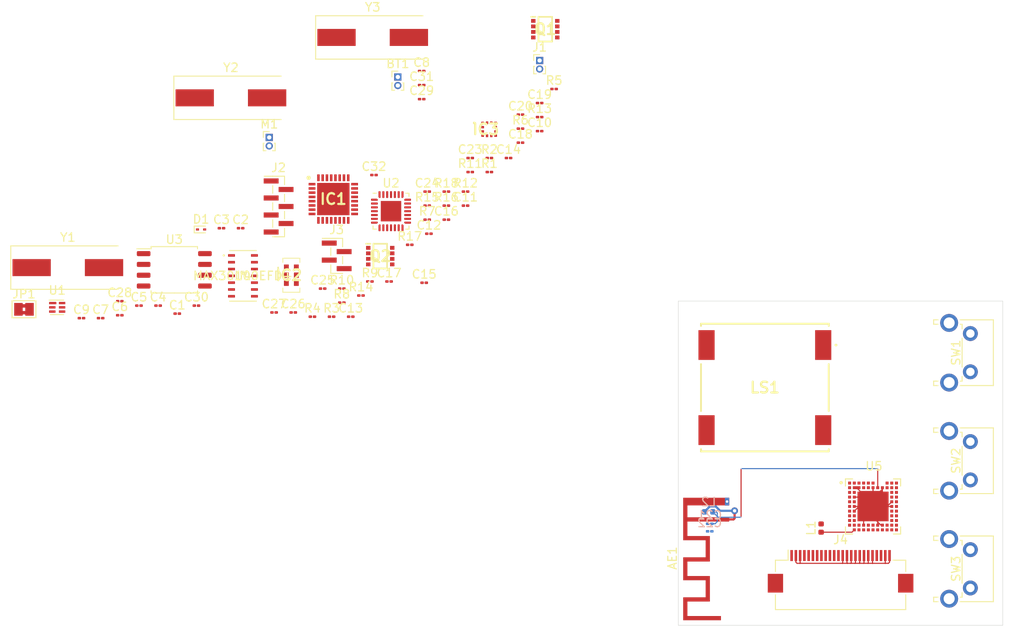
<source format=kicad_pcb>
(kicad_pcb (version 20171130) (host pcbnew "(5.1.10)-1")
  (layers (0 F.Cu signal) (1 In1.Cu signal) (2 In2.Cu signal) (3 In3.Cu signal) (4 In4.Cu signal) (31 B.Cu signal) (34 B.Paste user) (35 F.Paste user) (36 B.SilkS user) (37 F.SilkS user) (38 B.Mask user) (39 F.Mask user) (44 Edge.Cuts user))
  (net 0 "")
  (net 1 "Net-(AE1-Pad1)")
  (net 2 GND)
  (net 3 +BATT)
  (net 4 "Net-(C1-Pad1)")
  (net 5 VBUS)
  (net 6 +3V3)
  (net 7 "Net-(C4-Pad2)")
  (net 8 "Net-(C5-Pad2)")
  (net 9 +1V8)
  (net 10 +1V35)
  (net 11 +1V2)
  (net 12 /SPEAKER)
  (net 13 "Net-(C18-Pad1)")
  (net 14 "Net-(C19-Pad1)")
  (net 15 "Net-(C20-Pad1)")
  (net 16 /RFIOP)
  (net 17 "Net-(D1-Pad1)")
  (net 18 "Net-(IC1-Pad33)")
  (net 19 "Net-(IC1-Pad31)")
  (net 20 "Net-(IC1-Pad28)")
  (net 21 "Net-(IC1-Pad27)")
  (net 22 "Net-(IC1-Pad23)")
  (net 23 "Net-(IC1-Pad22)")
  (net 24 "Net-(IC1-Pad20)")
  (net 25 "Net-(IC1-Pad19)")
  (net 26 "Net-(IC1-Pad16)")
  (net 27 "Net-(IC1-Pad15)")
  (net 28 "Net-(IC1-Pad14)")
  (net 29 "Net-(IC1-Pad13)")
  (net 30 "Net-(IC1-Pad12)")
  (net 31 "Net-(IC1-Pad11)")
  (net 32 "Net-(IC1-Pad10)")
  (net 33 /P3_5)
  (net 34 /P3_7)
  (net 35 "Net-(IC1-Pad5)")
  (net 36 "Net-(IC1-Pad4)")
  (net 37 "Net-(IC1-Pad3)")
  (net 38 "Net-(IC1-Pad2)")
  (net 39 "Net-(IC1-Pad1)")
  (net 40 /P4_0)
  (net 41 /P4_1)
  (net 42 /P4_2)
  (net 43 "Net-(IC3-Pad11)")
  (net 44 "Net-(IC3-Pad8)")
  (net 45 "Net-(IC3-Pad6)")
  (net 46 "Net-(IC3-Pad5)")
  (net 47 "Net-(IC3-Pad4)")
  (net 48 "Net-(IC3-Pad3)")
  (net 49 /SWCLK)
  (net 50 /P1_3)
  (net 51 /SWDIO)
  (net 52 /P2_3)
  (net 53 /RST)
  (net 54 /ARD_RX)
  (net 55 /ARD_RST)
  (net 56 /ARD_TX)
  (net 57 /NC)
  (net 58 /P4_4)
  (net 59 /P4_6)
  (net 60 /RD)
  (net 61 /WR)
  (net 62 /DC)
  (net 63 /CS)
  (net 64 /P4_7)
  (net 65 /LX)
  (net 66 "Net-(LS1-Pad4)")
  (net 67 "Net-(LS1-Pad3)")
  (net 68 "Net-(M1-Pad2)")
  (net 69 "Net-(Q1-Pad5)")
  (net 70 "Net-(Q1-Pad4)")
  (net 71 "Net-(Q1-Pad3)")
  (net 72 "Net-(Q1-Pad2)")
  (net 73 /SOCP)
  (net 74 "Net-(Q2-Pad5)")
  (net 75 /P1_0)
  (net 76 "Net-(R5-Pad1)")
  (net 77 "Net-(R8-Pad1)")
  (net 78 /P1_4)
  (net 79 /P1_5)
  (net 80 /P1_6)
  (net 81 "Net-(SW1-Pad2)")
  (net 82 "Net-(SW2-Pad2)")
  (net 83 "Net-(SW3-Pad2)")
  (net 84 "Net-(U1-Pad1)")
  (net 85 "Net-(U2-Pad28)")
  (net 86 "Net-(U2-Pad22)")
  (net 87 "Net-(U2-Pad21)")
  (net 88 "Net-(U2-Pad20)")
  (net 89 "Net-(U2-Pad19)")
  (net 90 "Net-(U2-Pad15)")
  (net 91 "Net-(U2-Pad14)")
  (net 92 "Net-(U2-Pad13)")
  (net 93 "Net-(U2-Pad12)")
  (net 94 "Net-(U2-Pad11)")
  (net 95 "Net-(U2-Pad10)")
  (net 96 "Net-(U2-Pad9)")
  (net 97 "Net-(U2-Pad8)")
  (net 98 "Net-(U2-Pad7)")
  (net 99 "Net-(U2-Pad2)")
  (net 100 /P0_4)
  (net 101 /P0_0)
  (net 102 /P0_1)
  (net 103 /P0_3)
  (net 104 /P0_2)
  (net 105 "Net-(U4-Pad14)")
  (net 106 /P4_3)
  (net 107 "Net-(U4-Pad8)")
  (net 108 "Net-(U4-Pad7)")
  (net 109 "Net-(U4-Pad6)")
  (net 110 "Net-(U4-Pad5)")
  (net 111 "Net-(U4-Pad1)")
  (net 112 /P2_1)
  (net 113 /LED3)
  (net 114 /LED1)
  (net 115 /P0_6)
  (net 116 /LY)
  (net 117 /P3_0)
  (net 118 /P0_7)
  (net 119 /XTAL16MM)
  (net 120 /XTAL16MP)
  (net 121 /P1_2)
  (net 122 /P1_7)
  (net 123 /P2_0)
  (net 124 /P3_6)
  (net 125 /LED2)
  (net 126 /P1_1)
  (net 127 /P2_2)
  (net 128 /P2_4)
  (net 129 /P3_1)
  (net 130 /P3_2)
  (net 131 /P3_4)
  (net 132 /P3_3)
  (net 133 /P0_5)
  (module Crystal:Crystal_SMD_HC49-SD (layer F.Cu) (at 65.71 19.81)
    (fp_text reference Y3 (at 0 -3.55) (layer F.SilkS))
    (fp_text value 32.768Mhz)
    (pad 2 smd rect (at 4.25 0) (size 4.5 2) (layers F.Cu F.Paste F.Mask) (net 128 /P2_4))
    (pad 1 smd rect (at -4.25 0) (size 4.5 2) (layers F.Cu F.Paste F.Mask) (net 123 /P2_0))
  )
  (module Crystal:Crystal_SMD_HC49-SD (layer F.Cu) (at 49.06 26.91)
    (fp_text reference Y2 (at 0 -3.55) (layer F.SilkS))
    (fp_text value 16Mhz)
    (pad 2 smd rect (at 4.25 0) (size 4.5 2) (layers F.Cu F.Paste F.Mask) (net 2 GND))
    (pad 1 smd rect (at -4.25 0) (size 4.5 2) (layers F.Cu F.Paste F.Mask) (net 120 /XTAL16MP))
  )
  (module Crystal:Crystal_SMD_HC49-SD (layer F.Cu) (at 29.91 46.86)
    (fp_text reference Y1 (at 0 -3.55) (layer F.SilkS))
    (fp_text value 16Mhz)
    (pad 2 smd rect (at 4.25 0) (size 4.5 2) (layers F.Cu F.Paste F.Mask) (net 8 "Net-(C5-Pad2)"))
    (pad 1 smd rect (at -4.25 0) (size 4.5 2) (layers F.Cu F.Paste F.Mask) (net 7 "Net-(C4-Pad2)"))
  )
  (module DA14683-00000A92:XCVR_DA14680-01F08A92 (layer F.Cu) (at 124.46 74.93)
    (fp_text reference U5 (at 0.105 -4.732) (layer F.SilkS))
    (fp_text value DA14683-00000A92)
    (pad G10 smd rect (at 0 0) (size 3.65 3.485) (layers F.Cu F.Mask) (net 2 GND))
    (pad G8 smd roundrect (at -1.925 -2.2) (size 0.9 0.35) (layers F.Cu F.Paste F.Mask) (roundrect_rratio 0.04) (net 2 GND))
    (pad B23 smd roundrect (at -1.1 -2.2) (size 0.35 0.35) (layers F.Cu F.Paste F.Mask) (roundrect_rratio 0.04) (net 50 /P1_3))
    (pad B22 smd roundrect (at -0.55 -2.2) (size 0.35 0.35) (layers F.Cu F.Paste F.Mask) (roundrect_rratio 0.04) (net 59 /P4_6))
    (pad B21 smd roundrect (at 0 -2.2) (size 0.35 0.35) (layers F.Cu F.Paste F.Mask) (roundrect_rratio 0.04) (net 2 GND))
    (pad B20 smd roundrect (at 0.55 -2.2) (size 0.35 0.35) (layers F.Cu F.Paste F.Mask) (roundrect_rratio 0.04) (net 16 /RFIOP))
    (pad B19 smd roundrect (at 1.1 -2.2) (size 0.35 0.35) (layers F.Cu F.Paste F.Mask) (roundrect_rratio 0.04) (net 2 GND))
    (pad B18 smd roundrect (at 1.65 -2.2) (size 0.35 0.35) (layers F.Cu F.Paste F.Mask) (roundrect_rratio 0.04) (net 10 +1V35))
    (pad B17 smd roundrect (at 2.2 -2.2) (size 0.35 0.35) (layers F.Cu F.Paste F.Mask) (roundrect_rratio 0.04) (net 42 /P4_2))
    (pad B16 smd roundrect (at 2.2 -1.65) (size 0.35 0.35) (layers F.Cu F.Paste F.Mask) (roundrect_rratio 0.04) (net 41 /P4_1))
    (pad B15 smd roundrect (at 2.2 -1.1) (size 0.35 0.35) (layers F.Cu F.Paste F.Mask) (roundrect_rratio 0.04) (net 75 /P1_0))
    (pad G7 smd roundrect (at 2.2 -0.55) (size 0.35 0.35) (layers F.Cu F.Paste F.Mask) (roundrect_rratio 0.04) (net 2 GND))
    (pad G6 smd roundrect (at 2.2 0) (size 0.35 0.35) (layers F.Cu F.Paste F.Mask) (roundrect_rratio 0.04) (net 2 GND))
    (pad B14 smd roundrect (at 2.2 0.55) (size 0.35 0.35) (layers F.Cu F.Paste F.Mask) (roundrect_rratio 0.04) (net 34 /P3_7))
    (pad B13 smd roundrect (at 2.2 1.1) (size 0.35 0.35) (layers F.Cu F.Paste F.Mask) (roundrect_rratio 0.04) (net 112 /P2_1))
    (pad B12 smd roundrect (at 2.2 1.65) (size 0.35 0.35) (layers F.Cu F.Paste F.Mask) (roundrect_rratio 0.04) (net 80 /P1_6))
    (pad B11 smd roundrect (at 2.2 2.2) (size 0.35 0.35) (layers F.Cu F.Paste F.Mask) (roundrect_rratio 0.04) (net 113 /LED3))
    (pad B10 smd roundrect (at 1.65 2.2) (size 0.35 0.35) (layers F.Cu F.Paste F.Mask) (roundrect_rratio 0.04) (net 114 /LED1))
    (pad B9 smd roundrect (at 1.1 2.2) (size 0.35 0.35) (layers F.Cu F.Paste F.Mask) (roundrect_rratio 0.04) (net 2 GND))
    (pad G5 smd roundrect (at 0.55 2.2) (size 0.35 0.35) (layers F.Cu F.Paste F.Mask) (roundrect_rratio 0.04) (net 2 GND))
    (pad B8 smd roundrect (at 0 2.2) (size 0.35 0.35) (layers F.Cu F.Paste F.Mask) (roundrect_rratio 0.04) (net 115 /P0_6))
    (pad B7 smd roundrect (at -0.55 2.2) (size 0.35 0.35) (layers F.Cu F.Paste F.Mask) (roundrect_rratio 0.04) (net 5 VBUS))
    (pad G4 smd roundrect (at -1.1 2.2) (size 0.35 0.35) (layers F.Cu F.Paste F.Mask) (roundrect_rratio 0.04) (net 2 GND))
    (pad B6 smd roundrect (at -1.65 2.2) (size 0.35 0.35) (layers F.Cu F.Paste F.Mask) (roundrect_rratio 0.04) (net 3 +BATT))
    (pad B5 smd roundrect (at -2.2 2.2) (size 0.35 0.35) (layers F.Cu F.Paste F.Mask) (roundrect_rratio 0.04) (net 116 /LY))
    (pad B4 smd roundrect (at -2.2 1.65) (size 0.35 0.35) (layers F.Cu F.Paste F.Mask) (roundrect_rratio 0.04) (net 9 +1V8))
    (pad B3 smd roundrect (at -2.2 1.1) (size 0.35 0.35) (layers F.Cu F.Paste F.Mask) (roundrect_rratio 0.04) (net 11 +1V2))
    (pad G3 smd roundrect (at -2.2 0.55) (size 0.35 0.35) (layers F.Cu F.Paste F.Mask) (roundrect_rratio 0.04) (net 2 GND))
    (pad G2 smd roundrect (at -2.2 0) (size 0.35 0.35) (layers F.Cu F.Paste F.Mask) (roundrect_rratio 0.04) (net 2 GND))
    (pad B2 smd roundrect (at -2.2 -0.55) (size 0.35 0.35) (layers F.Cu F.Paste F.Mask) (roundrect_rratio 0.04) (net 6 +3V3))
    (pad G1 smd roundrect (at -2.2 -1.1) (size 0.35 0.35) (layers F.Cu F.Paste F.Mask) (roundrect_rratio 0.04) (net 2 GND))
    (pad B1 smd roundrect (at -2.2 -1.65) (size 0.35 0.35) (layers F.Cu F.Paste F.Mask) (roundrect_rratio 0.04) (net 101 /P0_0))
    (pad A37 smd roundrect (at -2.2 -2.75) (size 0.35 0.35) (layers F.Cu F.Paste F.Mask) (roundrect_rratio 0.04) (net 117 /P3_0))
    (pad A36 smd roundrect (at -1.65 -2.75) (size 0.35 0.35) (layers F.Cu F.Paste F.Mask) (roundrect_rratio 0.04) (net 64 /P4_7))
    (pad A35 smd roundrect (at -1.1 -2.75) (size 0.35 0.35) (layers F.Cu F.Paste F.Mask) (roundrect_rratio 0.04) (net 52 /P2_3))
    (pad A34 smd roundrect (at -0.55 -2.75) (size 0.35 0.35) (layers F.Cu F.Paste F.Mask) (roundrect_rratio 0.04) (net 118 /P0_7))
    (pad A33 smd roundrect (at 0 -2.75) (size 0.35 0.35) (layers F.Cu F.Paste F.Mask) (roundrect_rratio 0.04) (net 63 /CS))
    (pad A32 smd roundrect (at 1.65 -2.75) (size 0.35 0.35) (layers F.Cu F.Paste F.Mask) (roundrect_rratio 0.04) (net 58 /P4_4))
    (pad A31 smd roundrect (at 2.2 -2.75) (size 0.35 0.35) (layers F.Cu F.Paste F.Mask) (roundrect_rratio 0.04) (net 106 /P4_3))
    (pad A30 smd roundrect (at 2.75 -2.75) (size 0.35 0.35) (layers F.Cu F.Paste F.Mask) (roundrect_rratio 0.04) (net 119 /XTAL16MM))
    (pad A29 smd roundrect (at 2.75 -2.2) (size 0.35 0.35) (layers F.Cu F.Paste F.Mask) (roundrect_rratio 0.04) (net 120 /XTAL16MP))
    (pad A28 smd roundrect (at 2.75 -1.65) (size 0.35 0.35) (layers F.Cu F.Paste F.Mask) (roundrect_rratio 0.04) (net 79 /P1_5))
    (pad A27 smd roundrect (at 2.75 -1.1) (size 0.35 0.35) (layers F.Cu F.Paste F.Mask) (roundrect_rratio 0.04) (net 121 /P1_2))
    (pad A26 smd roundrect (at 2.75 -0.55) (size 0.35 0.35) (layers F.Cu F.Paste F.Mask) (roundrect_rratio 0.04) (net 78 /P1_4))
    (pad A25 smd roundrect (at 2.75 0) (size 0.35 0.35) (layers F.Cu F.Paste F.Mask) (roundrect_rratio 0.04) (net 122 /P1_7))
    (pad A24 smd roundrect (at 2.75 0.55) (size 0.35 0.35) (layers F.Cu F.Paste F.Mask) (roundrect_rratio 0.04) (net 40 /P4_0))
    (pad A23 smd roundrect (at 2.75 1.1) (size 0.35 0.35) (layers F.Cu F.Paste F.Mask) (roundrect_rratio 0.04) (net 123 /P2_0))
    (pad A22 smd roundrect (at 2.75 1.65) (size 0.35 0.35) (layers F.Cu F.Paste F.Mask) (roundrect_rratio 0.04) (net 124 /P3_6))
    (pad A21 smd roundrect (at 2.75 2.2) (size 0.35 0.35) (layers F.Cu F.Paste F.Mask) (roundrect_rratio 0.04) (net 53 /RST))
    (pad A20 smd roundrect (at 2.75 2.75) (size 0.35 0.35) (layers F.Cu F.Paste F.Mask) (roundrect_rratio 0.04) (net 33 /P3_5))
    (pad A19 smd roundrect (at 2.2 2.75) (size 0.35 0.35) (layers F.Cu F.Paste F.Mask) (roundrect_rratio 0.04) (net 125 /LED2))
    (pad A18 smd roundrect (at 1.65 2.75) (size 0.35 0.35) (layers F.Cu F.Paste F.Mask) (roundrect_rratio 0.04) (net 73 /SOCP))
    (pad A17 smd roundrect (at 1.1 2.75) (size 0.35 0.35) (layers F.Cu F.Paste F.Mask) (roundrect_rratio 0.04) (net 126 /P1_1))
    (pad A16 smd roundrect (at 0.55 2.75) (size 0.35 0.35) (layers F.Cu F.Paste F.Mask) (roundrect_rratio 0.04) (net 127 /P2_2))
    (pad A15 smd roundrect (at 0 2.75) (size 0.35 0.35) (layers F.Cu F.Paste F.Mask) (roundrect_rratio 0.04) (net 6 +3V3))
    (pad A14 smd roundrect (at -0.55 2.75) (size 0.35 0.35) (layers F.Cu F.Paste F.Mask) (roundrect_rratio 0.04) (net 128 /P2_4))
    (pad A13 smd roundrect (at -1.1 2.75) (size 0.35 0.35) (layers F.Cu F.Paste F.Mask) (roundrect_rratio 0.04) (net 3 +BATT))
    (pad A12 smd roundrect (at -1.65 2.75) (size 0.35 0.35) (layers F.Cu F.Paste F.Mask) (roundrect_rratio 0.04) (net 129 /P3_1))
    (pad A11 smd roundrect (at -2.2 2.75) (size 0.35 0.35) (layers F.Cu F.Paste F.Mask) (roundrect_rratio 0.04) (net 65 /LX))
    (pad A10 smd roundrect (at -2.75 2.2) (size 0.35 0.35) (layers F.Cu F.Paste F.Mask) (roundrect_rratio 0.04) (net 130 /P3_2))
    (pad A9 smd roundrect (at -2.75 1.65) (size 0.35 0.35) (layers F.Cu F.Paste F.Mask) (roundrect_rratio 0.04) (net 131 /P3_4))
    (pad A8 smd roundrect (at -2.75 1.1) (size 0.35 0.35) (layers F.Cu F.Paste F.Mask) (roundrect_rratio 0.04) (net 9 +1V8))
    (pad A7 smd roundrect (at -2.75 0.55) (size 0.35 0.35) (layers F.Cu F.Paste F.Mask) (roundrect_rratio 0.04) (net 132 /P3_3))
    (pad A6 smd roundrect (at -2.75 0) (size 0.35 0.35) (layers F.Cu F.Paste F.Mask) (roundrect_rratio 0.04) (net 10 +1V35))
    (pad A5 smd roundrect (at -2.75 -0.55) (size 0.35 0.35) (layers F.Cu F.Paste F.Mask) (roundrect_rratio 0.04) (net 133 /P0_5))
    (pad A4 smd roundrect (at -2.75 -1.1) (size 0.35 0.35) (layers F.Cu F.Paste F.Mask) (roundrect_rratio 0.04) (net 100 /P0_4))
    (pad A3 smd roundrect (at -2.75 -1.65) (size 0.35 0.35) (layers F.Cu F.Paste F.Mask) (roundrect_rratio 0.04) (net 104 /P0_2))
    (pad A2 smd roundrect (at -2.75 -2.2) (size 0.35 0.35) (layers F.Cu F.Paste F.Mask) (roundrect_rratio 0.04) (net 102 /P0_1))
    (pad A1 smd roundrect (at -2.75 -2.75) (size 0.35 0.35) (layers F.Cu F.Paste F.Mask) (roundrect_rratio 0.04) (net 103 /P0_3))
  )
  (module MAX30100:MAX30100EFD&plus_ (layer F.Cu) (at 50.4754 47.8288)
    (fp_text reference U4 (at 0 0) (layer F.SilkS))
    (fp_text value MAX30100EFD+ (at 0 0) (layer F.SilkS))
    (fp_text user * (at 0 0) (layer F.SilkS))
    (pad 14 smd rect (at 1.3462 -2.4) (size 0.8128 0.3048) (layers F.Cu F.Paste F.Mask) (net 105 "Net-(U4-Pad14)"))
    (pad 13 smd rect (at 1.3462 -1.599999) (size 0.8128 0.3048) (layers F.Cu F.Paste F.Mask) (net 106 /P4_3))
    (pad 12 smd rect (at 1.3462 -0.799998) (size 0.8128 0.3048) (layers F.Cu F.Paste F.Mask) (net 2 GND))
    (pad 11 smd rect (at 1.3462 0) (size 0.8128 0.3048) (layers F.Cu F.Paste F.Mask) (net 9 +1V8))
    (pad 10 smd rect (at 1.3462 0.800001) (size 0.8128 0.3048) (layers F.Cu F.Paste F.Mask) (net 6 +3V3))
    (pad 9 smd rect (at 1.3462 1.599999) (size 0.8128 0.3048) (layers F.Cu F.Paste F.Mask) (net 6 +3V3))
    (pad 8 smd rect (at 1.3462 2.4) (size 0.8128 0.3048) (layers F.Cu F.Paste F.Mask) (net 107 "Net-(U4-Pad8)"))
    (pad 7 smd rect (at -1.3462 2.4) (size 0.8128 0.3048) (layers F.Cu F.Paste F.Mask) (net 108 "Net-(U4-Pad7)"))
    (pad 6 smd rect (at -1.3462 1.599999) (size 0.8128 0.3048) (layers F.Cu F.Paste F.Mask) (net 109 "Net-(U4-Pad6)"))
    (pad 5 smd rect (at -1.3462 0.799998) (size 0.8128 0.3048) (layers F.Cu F.Paste F.Mask) (net 110 "Net-(U4-Pad5)"))
    (pad 4 smd rect (at -1.3462 0) (size 0.8128 0.3048) (layers F.Cu F.Paste F.Mask) (net 2 GND))
    (pad 3 smd rect (at -1.3462 -0.800001) (size 0.8128 0.3048) (layers F.Cu F.Paste F.Mask) (net 33 /P3_5))
    (pad 2 smd rect (at -1.3462 -1.599999) (size 0.8128 0.3048) (layers F.Cu F.Paste F.Mask) (net 34 /P3_7))
    (pad 1 smd rect (at -1.3462 -2.4) (size 0.8128 0.3048) (layers F.Cu F.Paste F.Mask) (net 111 "Net-(U4-Pad1)"))
  )
  (module Package_SO:SOIC-8_5.23x5.23mm_P1.27mm (layer F.Cu) (at 42.41 47.12)
    (fp_text reference U3 (at 0 -3.56) (layer F.SilkS))
    (fp_text value W25Q128JVS)
    (pad 8 smd roundrect (at 3.6 -1.905) (size 1.6 0.6) (layers F.Cu F.Paste F.Mask) (net 6 +3V3))
    (pad 7 smd roundrect (at 3.6 -0.635) (size 1.6 0.6) (layers F.Cu F.Paste F.Mask) (net 100 /P0_4))
    (pad 6 smd roundrect (at 3.6 0.635) (size 1.6 0.6) (layers F.Cu F.Paste F.Mask) (net 101 /P0_0))
    (pad 5 smd roundrect (at 3.6 1.905) (size 1.6 0.6) (layers F.Cu F.Paste F.Mask) (net 102 /P0_1))
    (pad 4 smd roundrect (at -3.6 1.905) (size 1.6 0.6) (layers F.Cu F.Paste F.Mask) (net 2 GND))
    (pad 3 smd roundrect (at -3.6 0.635) (size 1.6 0.6) (layers F.Cu F.Paste F.Mask) (net 103 /P0_3))
    (pad 2 smd roundrect (at -3.6 -0.635) (size 1.6 0.6) (layers F.Cu F.Paste F.Mask) (net 104 /P0_2))
    (pad 1 smd roundrect (at -3.6 -1.905) (size 1.6 0.6) (layers F.Cu F.Paste F.Mask) (net 77 "Net-(R8-Pad1)"))
  )
  (module Package_DFN_QFN:QFN-28-1EP_4x4mm_P0.45mm_EP2.4x2.4mm (layer F.Cu) (at 67.86 40.23)
    (fp_text reference U2 (at 0 -3.3) (layer F.SilkS))
    (fp_text value ATmega328P-MMH)
    (pad 29 smd rect (at 0 0) (size 2.4 2.4) (layers F.Cu F.Mask) (net 2 GND))
    (pad 28 smd custom (at -1.35 -1.95) (size 0.179289 0.179289) (layers F.Cu F.Paste F.Mask) (net 85 "Net-(U2-Pad28)") (options (clearance outline) (anchor circle)) (primitives (gr_poly (pts (xy -0.0625 -0.3375) (xy 0.0625 -0.3375) (xy 0.0625 0.3375) (xy 0.000888 0.3375) (xy -0.0625 0.274112)) (width 0.125))))
    (pad 27 smd roundrect (at -0.9 -1.95) (size 0.25 0.8) (layers F.Cu F.Paste F.Mask) (net 56 /ARD_TX))
    (pad 26 smd roundrect (at -0.45 -1.95) (size 0.25 0.8) (layers F.Cu F.Paste F.Mask) (net 54 /ARD_RX))
    (pad 25 smd roundrect (at 0 -1.95) (size 0.25 0.8) (layers F.Cu F.Paste F.Mask) (net 55 /ARD_RST))
    (pad 24 smd roundrect (at 0.45 -1.95) (size 0.25 0.8) (layers F.Cu F.Paste F.Mask) (net 34 /P3_7))
    (pad 23 smd roundrect (at 0.9 -1.95) (size 0.25 0.8) (layers F.Cu F.Paste F.Mask) (net 33 /P3_5))
    (pad 22 smd custom (at 1.35 -1.95) (size 0.179289 0.179289) (layers F.Cu F.Paste F.Mask) (net 86 "Net-(U2-Pad22)") (options (clearance outline) (anchor circle)) (primitives (gr_poly (pts (xy -0.0625 -0.3375) (xy 0.0625 -0.3375) (xy 0.0625 0.274112) (xy -0.000888 0.3375) (xy -0.0625 0.3375)) (width 0.125))))
    (pad 21 smd custom (at 1.95 -1.35) (size 0.179289 0.179289) (layers F.Cu F.Paste F.Mask) (net 87 "Net-(U2-Pad21)") (options (clearance outline) (anchor circle)) (primitives (gr_poly (pts (xy -0.3375 0.000888) (xy -0.274112 -0.0625) (xy 0.3375 -0.0625) (xy 0.3375 0.0625) (xy -0.3375 0.0625)) (width 0.125))))
    (pad 20 smd roundrect (at 1.95 -0.9) (size 0.8 0.25) (layers F.Cu F.Paste F.Mask) (net 88 "Net-(U2-Pad20)"))
    (pad 19 smd roundrect (at 1.95 -0.45) (size 0.8 0.25) (layers F.Cu F.Paste F.Mask) (net 89 "Net-(U2-Pad19)"))
    (pad 18 smd roundrect (at 1.95 0) (size 0.8 0.25) (layers F.Cu F.Paste F.Mask) (net 2 GND))
    (pad 17 smd roundrect (at 1.95 0.45) (size 0.8 0.25) (layers F.Cu F.Paste F.Mask) (net 6 +3V3))
    (pad 16 smd roundrect (at 1.95 0.9) (size 0.8 0.25) (layers F.Cu F.Paste F.Mask) (net 6 +3V3))
    (pad 15 smd custom (at 1.95 1.35) (size 0.179289 0.179289) (layers F.Cu F.Paste F.Mask) (net 90 "Net-(U2-Pad15)") (options (clearance outline) (anchor circle)) (primitives (gr_poly (pts (xy -0.3375 -0.0625) (xy 0.3375 -0.0625) (xy 0.3375 0.0625) (xy -0.274112 0.0625) (xy -0.3375 -0.000888)) (width 0.125))))
    (pad 14 smd custom (at 1.35 1.95) (size 0.179289 0.179289) (layers F.Cu F.Paste F.Mask) (net 91 "Net-(U2-Pad14)") (options (clearance outline) (anchor circle)) (primitives (gr_poly (pts (xy -0.0625 -0.3375) (xy -0.000888 -0.3375) (xy 0.0625 -0.274112) (xy 0.0625 0.3375) (xy -0.0625 0.3375)) (width 0.125))))
    (pad 13 smd roundrect (at 0.9 1.95) (size 0.25 0.8) (layers F.Cu F.Paste F.Mask) (net 92 "Net-(U2-Pad13)"))
    (pad 12 smd roundrect (at 0.45 1.95) (size 0.25 0.8) (layers F.Cu F.Paste F.Mask) (net 93 "Net-(U2-Pad12)"))
    (pad 11 smd roundrect (at 0 1.95) (size 0.25 0.8) (layers F.Cu F.Paste F.Mask) (net 94 "Net-(U2-Pad11)"))
    (pad 10 smd roundrect (at -0.45 1.95) (size 0.25 0.8) (layers F.Cu F.Paste F.Mask) (net 95 "Net-(U2-Pad10)"))
    (pad 9 smd roundrect (at -0.9 1.95) (size 0.25 0.8) (layers F.Cu F.Paste F.Mask) (net 96 "Net-(U2-Pad9)"))
    (pad 8 smd custom (at -1.35 1.95) (size 0.179289 0.179289) (layers F.Cu F.Paste F.Mask) (net 97 "Net-(U2-Pad8)") (options (clearance outline) (anchor circle)) (primitives (gr_poly (pts (xy -0.0625 -0.274112) (xy 0.000888 -0.3375) (xy 0.0625 -0.3375) (xy 0.0625 0.3375) (xy -0.0625 0.3375)) (width 0.125))))
    (pad 7 smd custom (at -1.95 1.35) (size 0.179289 0.179289) (layers F.Cu F.Paste F.Mask) (net 98 "Net-(U2-Pad7)") (options (clearance outline) (anchor circle)) (primitives (gr_poly (pts (xy -0.3375 -0.0625) (xy 0.3375 -0.0625) (xy 0.3375 -0.000888) (xy 0.274112 0.0625) (xy -0.3375 0.0625)) (width 0.125))))
    (pad 6 smd roundrect (at -1.95 0.9) (size 0.8 0.25) (layers F.Cu F.Paste F.Mask) (net 8 "Net-(C5-Pad2)"))
    (pad 5 smd roundrect (at -1.95 0.45) (size 0.8 0.25) (layers F.Cu F.Paste F.Mask) (net 7 "Net-(C4-Pad2)"))
    (pad 4 smd roundrect (at -1.95 0) (size 0.8 0.25) (layers F.Cu F.Paste F.Mask) (net 2 GND))
    (pad 3 smd roundrect (at -1.95 -0.45) (size 0.8 0.25) (layers F.Cu F.Paste F.Mask) (net 6 +3V3))
    (pad 2 smd roundrect (at -1.95 -0.9) (size 0.8 0.25) (layers F.Cu F.Paste F.Mask) (net 99 "Net-(U2-Pad2)"))
    (pad 1 smd custom (at -1.95 -1.35) (size 0.179289 0.179289) (layers F.Cu F.Paste F.Mask) (net 12 /SPEAKER) (options (clearance outline) (anchor circle)) (primitives (gr_poly (pts (xy -0.3375 -0.0625) (xy 0.274112 -0.0625) (xy 0.3375 0.000888) (xy 0.3375 0.0625) (xy -0.3375 0.0625)) (width 0.125))))
  )
  (module Package_SON:WSON-6_1.5x1.5mm_P0.5mm (layer F.Cu) (at 28.66 51.53)
    (fp_text reference U1 (at 0 -2) (layer F.SilkS))
    (fp_text value BQ297xy)
    (pad 6 smd rect (at 0.575 -0.5 270) (size 0.28 0.75) (layers F.Cu F.Paste F.Mask) (net 76 "Net-(R5-Pad1)"))
    (pad 5 smd rect (at 0.575 0 270) (size 0.28 0.75) (layers F.Cu F.Paste F.Mask) (net 4 "Net-(C1-Pad1)"))
    (pad 4 smd rect (at 0.575 0.5 270) (size 0.28 0.75) (layers F.Cu F.Paste F.Mask) (net 2 GND))
    (pad 3 smd rect (at -0.575 0.5 270) (size 0.28 0.75) (layers F.Cu F.Paste F.Mask) (net 71 "Net-(Q1-Pad3)"))
    (pad 2 smd rect (at -0.575 0 270) (size 0.28 0.75) (layers F.Cu F.Paste F.Mask) (net 72 "Net-(Q1-Pad2)"))
    (pad 1 smd rect (at -0.525 -0.5 270) (size 0.28 0.85) (layers F.Cu F.Paste F.Mask) (net 84 "Net-(U1-Pad1)"))
  )
  (module Button_Switch_THT:SW_Tactile_SPST_Angled_PTS645Vx58-2LFS (layer F.Cu) (at 135.89 80.01 270)
    (fp_text reference SW3 (at 2.25 1.68 90) (layer F.SilkS))
    (fp_text value SW_MEC_5E)
    (pad "" thru_hole circle (at -1.25 2.49 270) (size 2.1 2.1) (drill 1.3) (layers *.Cu *.Mask))
    (pad 1 thru_hole circle (at 0 0 270) (size 1.75 1.75) (drill 0.99) (layers *.Cu *.Mask) (net 2 GND))
    (pad 2 thru_hole circle (at 4.5 0 270) (size 1.75 1.75) (drill 0.99) (layers *.Cu *.Mask) (net 83 "Net-(SW3-Pad2)"))
    (pad "" thru_hole circle (at 5.76 2.49 270) (size 2.1 2.1) (drill 1.3) (layers *.Cu *.Mask))
  )
  (module Button_Switch_THT:SW_Tactile_SPST_Angled_PTS645Vx58-2LFS (layer F.Cu) (at 135.89 67.31 270)
    (fp_text reference SW2 (at 2.25 1.68 90) (layer F.SilkS))
    (fp_text value SW_MEC_5E)
    (pad "" thru_hole circle (at -1.25 2.49 270) (size 2.1 2.1) (drill 1.3) (layers *.Cu *.Mask))
    (pad 1 thru_hole circle (at 0 0 270) (size 1.75 1.75) (drill 0.99) (layers *.Cu *.Mask) (net 2 GND))
    (pad 2 thru_hole circle (at 4.5 0 270) (size 1.75 1.75) (drill 0.99) (layers *.Cu *.Mask) (net 82 "Net-(SW2-Pad2)"))
    (pad "" thru_hole circle (at 5.76 2.49 270) (size 2.1 2.1) (drill 1.3) (layers *.Cu *.Mask))
  )
  (module Button_Switch_THT:SW_Tactile_SPST_Angled_PTS645Vx58-2LFS (layer F.Cu) (at 135.89 54.61 270)
    (fp_text reference SW1 (at 2.25 1.68 90) (layer F.SilkS))
    (fp_text value SW_MEC_5E)
    (pad "" thru_hole circle (at -1.25 2.49 270) (size 2.1 2.1) (drill 1.3) (layers *.Cu *.Mask))
    (pad 1 thru_hole circle (at 0 0 270) (size 1.75 1.75) (drill 0.99) (layers *.Cu *.Mask) (net 2 GND))
    (pad 2 thru_hole circle (at 4.5 0 270) (size 1.75 1.75) (drill 0.99) (layers *.Cu *.Mask) (net 81 "Net-(SW1-Pad2)"))
    (pad "" thru_hole circle (at 5.76 2.49 270) (size 2.1 2.1) (drill 1.3) (layers *.Cu *.Mask))
  )
  (module Resistor_SMD:R_01005_0402Metric (layer F.Cu) (at 74.36 37.93)
    (fp_text reference R18 (at 0 -1) (layer F.SilkS))
    (fp_text value 3.3K)
    (pad 2 smd roundrect (at 0.25 0) (size 0.4 0.3) (layers F.Cu F.Mask) (net 80 /P1_6))
    (pad 1 smd roundrect (at -0.25 0) (size 0.4 0.3) (layers F.Cu F.Mask) (net 6 +3V3))
  )
  (module Resistor_SMD:R_01005_0402Metric (layer F.Cu) (at 70.06 44.18)
    (fp_text reference R17 (at 0 -1) (layer F.SilkS))
    (fp_text value 3.3K)
    (pad 2 smd roundrect (at 0.25 0) (size 0.4 0.3) (layers F.Cu F.Mask) (net 79 /P1_5))
    (pad 1 smd roundrect (at -0.25 0) (size 0.4 0.3) (layers F.Cu F.Mask) (net 6 +3V3))
  )
  (module Resistor_SMD:R_01005_0402Metric (layer F.Cu) (at 74.36 39.58)
    (fp_text reference R16 (at 0 -1) (layer F.SilkS))
    (fp_text value 3.3K)
    (pad 2 smd roundrect (at 0.25 0) (size 0.4 0.3) (layers F.Cu F.Mask) (net 78 /P1_4))
    (pad 1 smd roundrect (at -0.25 0) (size 0.4 0.3) (layers F.Cu F.Mask) (net 6 +3V3))
  )
  (module Resistor_SMD:R_01005_0402Metric (layer F.Cu) (at 72.11 39.58)
    (fp_text reference R15 (at 0 -1) (layer F.SilkS))
    (fp_text value 10K)
    (pad 2 smd roundrect (at 0.25 0) (size 0.4 0.3) (layers F.Cu F.Mask) (net 34 /P3_7))
    (pad 1 smd roundrect (at -0.25 0) (size 0.4 0.3) (layers F.Cu F.Mask) (net 6 +3V3))
  )
  (module Resistor_SMD:R_01005_0402Metric (layer F.Cu) (at 64.33 50.14)
    (fp_text reference R14 (at 0 -1) (layer F.SilkS))
    (fp_text value 10K)
    (pad 2 smd roundrect (at 0.25 0) (size 0.4 0.3) (layers F.Cu F.Mask) (net 33 /P3_5))
    (pad 1 smd roundrect (at -0.25 0) (size 0.4 0.3) (layers F.Cu F.Mask) (net 6 +3V3))
  )
  (module Resistor_SMD:R_01005_0402Metric (layer F.Cu) (at 85.31 29.17)
    (fp_text reference R13 (at 0 -1) (layer F.SilkS))
    (fp_text value 10K)
    (pad 2 smd roundrect (at 0.25 0) (size 0.4 0.3) (layers F.Cu F.Mask) (net 13 "Net-(C18-Pad1)"))
    (pad 1 smd roundrect (at -0.25 0) (size 0.4 0.3) (layers F.Cu F.Mask) (net 14 "Net-(C19-Pad1)"))
  )
  (module Resistor_SMD:R_01005_0402Metric (layer F.Cu) (at 76.61 37.93)
    (fp_text reference R12 (at 0 -1) (layer F.SilkS))
    (fp_text value 10K)
    (pad 2 smd roundrect (at 0.25 0) (size 0.4 0.3) (layers F.Cu F.Mask) (net 53 /RST))
    (pad 1 smd roundrect (at -0.25 0) (size 0.4 0.3) (layers F.Cu F.Mask) (net 2 GND))
  )
  (module Resistor_SMD:R_01005_0402Metric (layer F.Cu) (at 77.16 35.63)
    (fp_text reference R11 (at 0 -1) (layer F.SilkS))
    (fp_text value 100m)
    (pad 2 smd roundrect (at 0.25 0) (size 0.4 0.3) (layers F.Cu F.Mask) (net 2 GND))
    (pad 1 smd roundrect (at -0.25 0) (size 0.4 0.3) (layers F.Cu F.Mask) (net 73 /SOCP))
  )
  (module Resistor_SMD:R_01005_0402Metric (layer F.Cu) (at 62.08 49.33)
    (fp_text reference R10 (at 0 -1) (layer F.SilkS))
    (fp_text value 4.7K)
    (pad 2 smd roundrect (at 0.25 0) (size 0.4 0.3) (layers F.Cu F.Mask) (net 48 "Net-(IC3-Pad3)"))
    (pad 1 smd roundrect (at -0.25 0) (size 0.4 0.3) (layers F.Cu F.Mask) (net 33 /P3_5))
  )
  (module Resistor_SMD:R_01005_0402Metric (layer F.Cu) (at 65.38 48.49)
    (fp_text reference R9 (at 0 -1) (layer F.SilkS))
    (fp_text value 4.7K)
    (pad 2 smd roundrect (at 0.25 0) (size 0.4 0.3) (layers F.Cu F.Mask) (net 48 "Net-(IC3-Pad3)"))
    (pad 1 smd roundrect (at -0.25 0) (size 0.4 0.3) (layers F.Cu F.Mask) (net 34 /P3_7))
  )
  (module Resistor_SMD:R_01005_0402Metric (layer F.Cu) (at 62.08 50.98)
    (fp_text reference R8 (at 0 -1) (layer F.SilkS))
    (fp_text value 10K)
    (pad 2 smd roundrect (at 0.25 0) (size 0.4 0.3) (layers F.Cu F.Mask) (net 6 +3V3))
    (pad 1 smd roundrect (at -0.25 0) (size 0.4 0.3) (layers F.Cu F.Mask) (net 77 "Net-(R8-Pad1)"))
  )
  (module Resistor_SMD:R_01005_0402Metric (layer F.Cu) (at 72.11 41.23)
    (fp_text reference R7 (at 0 -1) (layer F.SilkS))
    (fp_text value 330)
    (pad 2 smd roundrect (at 0.25 0) (size 0.4 0.3) (layers F.Cu F.Mask) (net 74 "Net-(Q2-Pad5)"))
    (pad 1 smd roundrect (at -0.25 0) (size 0.4 0.3) (layers F.Cu F.Mask) (net 68 "Net-(M1-Pad2)"))
  )
  (module Resistor_SMD:R_01005_0402Metric (layer F.Cu) (at 83.06 30.53)
    (fp_text reference R6 (at 0 -1) (layer F.SilkS))
    (fp_text value 10K)
    (pad 2 smd roundrect (at 0.25 0) (size 0.4 0.3) (layers F.Cu F.Mask) (net 75 /P1_0))
    (pad 1 smd roundrect (at -0.25 0) (size 0.4 0.3) (layers F.Cu F.Mask) (net 2 GND))
  )
  (module Resistor_SMD:R_01005_0402Metric (layer F.Cu) (at 87.01 25.87)
    (fp_text reference R5 (at 0 -1) (layer F.SilkS))
    (fp_text value 2.2K)
    (pad 2 smd roundrect (at 0.25 0) (size 0.4 0.3) (layers F.Cu F.Mask) (net 73 /SOCP))
    (pad 1 smd roundrect (at -0.25 0) (size 0.4 0.3) (layers F.Cu F.Mask) (net 76 "Net-(R5-Pad1)"))
  )
  (module Resistor_SMD:R_01005_0402Metric (layer F.Cu) (at 58.63 52.63)
    (fp_text reference R4 (at 0 -1) (layer F.SilkS))
    (fp_text value 0.39)
    (pad 2 smd roundrect (at 0.25 0) (size 0.4 0.3) (layers F.Cu F.Mask) (net 17 "Net-(D1-Pad1)"))
    (pad 1 smd roundrect (at -0.25 0) (size 0.4 0.3) (layers F.Cu F.Mask) (net 5 VBUS))
  )
  (module Resistor_SMD:R_01005_0402Metric (layer F.Cu) (at 60.88 52.63)
    (fp_text reference R3 (at 0 -1) (layer F.SilkS))
    (fp_text value 330)
    (pad 2 smd roundrect (at 0.25 0) (size 0.4 0.3) (layers F.Cu F.Mask) (net 4 "Net-(C1-Pad1)"))
    (pad 1 smd roundrect (at -0.25 0) (size 0.4 0.3) (layers F.Cu F.Mask) (net 3 +BATT))
  )
  (module Resistor_SMD:R_01005_0402Metric (layer F.Cu) (at 79.41 33.98)
    (fp_text reference R2 (at 0 -1) (layer F.SilkS))
    (fp_text value 5.1M)
    (pad 2 smd roundrect (at 0.25 0) (size 0.4 0.3) (layers F.Cu F.Mask) (net 70 "Net-(Q1-Pad4)"))
    (pad 1 smd roundrect (at -0.25 0) (size 0.4 0.3) (layers F.Cu F.Mask) (net 71 "Net-(Q1-Pad3)"))
  )
  (module Resistor_SMD:R_01005_0402Metric (layer F.Cu) (at 79.41 35.63)
    (fp_text reference R1 (at 0 -1) (layer F.SilkS))
    (fp_text value 5.1M)
    (pad 2 smd roundrect (at 0.25 0) (size 0.4 0.3) (layers F.Cu F.Mask) (net 72 "Net-(Q1-Pad2)"))
    (pad 1 smd roundrect (at -0.25 0) (size 0.4 0.3) (layers F.Cu F.Mask) (net 73 /SOCP))
  )
  (module SamacSys_Parts:SOTFL65P280X95-8N (layer F.Cu) (at 66.595 45.51)
    (fp_text reference Q2 (at 0 0) (layer F.SilkS) (effects (font (size 1.27 1.27) (thickness 0.254))))
    (fp_text value ECH8693R-TL-W hide)
    (pad 8 smd rect (at 1.408 -0.975 90) (size 0.45 0.515) (layers F.Cu F.Paste F.Mask) (net 74 "Net-(Q2-Pad5)"))
    (pad 7 smd rect (at 1.408 -0.325 90) (size 0.45 0.515) (layers F.Cu F.Paste F.Mask) (net 74 "Net-(Q2-Pad5)"))
    (pad 6 smd rect (at 1.408 0.325 90) (size 0.45 0.515) (layers F.Cu F.Paste F.Mask) (net 74 "Net-(Q2-Pad5)"))
    (pad 5 smd rect (at 1.408 0.975 90) (size 0.45 0.515) (layers F.Cu F.Paste F.Mask) (net 74 "Net-(Q2-Pad5)"))
    (pad 4 smd rect (at -1.408 0.975 90) (size 0.45 0.515) (layers F.Cu F.Paste F.Mask) (net 75 /P1_0))
    (pad 3 smd rect (at -1.408 0.325 90) (size 0.45 0.515) (layers F.Cu F.Paste F.Mask) (net 2 GND))
    (pad 2 smd rect (at -1.408 -0.325 90) (size 0.45 0.515) (layers F.Cu F.Paste F.Mask) (net 75 /P1_0))
    (pad 1 smd rect (at -1.408 -0.975 90) (size 0.45 0.515) (layers F.Cu F.Paste F.Mask) (net 2 GND))
  )
  (module SamacSys_Parts:SOTFL65P280X95-8N (layer F.Cu) (at 85.975 18.84)
    (fp_text reference Q1 (at 0 0) (layer F.SilkS) (effects (font (size 1.27 1.27) (thickness 0.254))))
    (fp_text value ECH8693R-TL-W hide)
    (pad 8 smd rect (at 1.408 -0.975 90) (size 0.45 0.515) (layers F.Cu F.Paste F.Mask) (net 69 "Net-(Q1-Pad5)"))
    (pad 7 smd rect (at 1.408 -0.325 90) (size 0.45 0.515) (layers F.Cu F.Paste F.Mask) (net 69 "Net-(Q1-Pad5)"))
    (pad 6 smd rect (at 1.408 0.325 90) (size 0.45 0.515) (layers F.Cu F.Paste F.Mask) (net 69 "Net-(Q1-Pad5)"))
    (pad 5 smd rect (at 1.408 0.975 90) (size 0.45 0.515) (layers F.Cu F.Paste F.Mask) (net 69 "Net-(Q1-Pad5)"))
    (pad 4 smd rect (at -1.408 0.975 90) (size 0.45 0.515) (layers F.Cu F.Paste F.Mask) (net 70 "Net-(Q1-Pad4)"))
    (pad 3 smd rect (at -1.408 0.325 90) (size 0.45 0.515) (layers F.Cu F.Paste F.Mask) (net 71 "Net-(Q1-Pad3)"))
    (pad 2 smd rect (at -1.408 -0.325 90) (size 0.45 0.515) (layers F.Cu F.Paste F.Mask) (net 72 "Net-(Q1-Pad2)"))
    (pad 1 smd rect (at -1.408 -0.975 90) (size 0.45 0.515) (layers F.Cu F.Paste F.Mask) (net 73 /SOCP))
  )
  (module Connector_PinHeader_1.00mm:PinHeader_1x02_P1.00mm_Vertical (layer F.Cu) (at 53.56 31.56)
    (fp_text reference M1 (at 0 -1.56) (layer F.SilkS))
    (fp_text value c0720b001f)
    (pad 2 thru_hole oval (at 0 1) (size 0.85 0.85) (drill 0.5) (layers *.Cu *.Mask) (net 68 "Net-(M1-Pad2)"))
    (pad 1 thru_hole rect (at 0 0) (size 0.85 0.85) (drill 0.5) (layers *.Cu *.Mask) (net 6 +3V3))
  )
  (module SamacSys_Parts:SMS1508MSHTR (layer F.Cu) (at 111.76 60.96)
    (fp_text reference LS1 (at 0 0) (layer F.SilkS) (effects (font (size 1.27 1.27) (thickness 0.254))))
    (fp_text value SMS-1508MS-HT-R hide)
    (pad 4 smd rect (at 6.85 5) (size 1.9 3.5) (layers F.Cu F.Paste F.Mask) (net 66 "Net-(LS1-Pad4)"))
    (pad 3 smd rect (at -6.85 5) (size 1.9 3.5) (layers F.Cu F.Paste F.Mask) (net 67 "Net-(LS1-Pad3)"))
    (pad 2 smd rect (at -6.85 -5) (size 1.9 3.5) (layers F.Cu F.Paste F.Mask) (net 2 GND))
    (pad 1 smd rect (at 6.85 -5) (size 1.9 3.5) (layers F.Cu F.Paste F.Mask) (net 15 "Net-(C20-Pad1)"))
  )
  (module Inductor_SMD:L_0402_1005Metric (layer B.Cu) (at 105.156 75.565 180)
    (fp_text reference L2 (at 0 1.17) (layer B.SilkS) (effects (justify mirror)))
    (fp_text value 470nH)
    (pad 1 smd roundrect (at -0.485 0 180) (size 0.59 0.64) (layers B.Cu B.Paste B.Mask) (net 16 /RFIOP))
    (pad 2 smd roundrect (at 0.485 0 180) (size 0.59 0.64) (layers B.Cu B.Paste B.Mask) (net 1 "Net-(AE1-Pad1)"))
  )
  (module Inductor_SMD:L_0402_1005Metric (layer F.Cu) (at 118.364 77.47 90)
    (fp_text reference L1 (at 0 -1.17 90) (layer F.SilkS))
    (fp_text value 470nH)
    (pad 2 smd roundrect (at 0.485 0 90) (size 0.59 0.64) (layers F.Cu F.Paste F.Mask) (net 116 /LY))
    (pad 1 smd roundrect (at -0.485 0 90) (size 0.59 0.64) (layers F.Cu F.Paste F.Mask) (net 65 /LX))
  )
  (module Jumper:SolderJumper-2_P1.3mm_Bridged2Bar_Pad1.0x1.5mm (layer F.Cu) (at 24.76 51.76)
    (fp_text reference JP1 (at 0 -1.8) (layer F.SilkS))
    (fp_text value Jumper)
    (fp_poly (pts (xy -0.25 -0.6) (xy 0.25 -0.6) (xy 0.25 -0.2) (xy -0.25 -0.2)) (layer F.Cu) (width 0))
    (fp_poly (pts (xy -0.25 0.2) (xy 0.25 0.2) (xy 0.25 0.6) (xy -0.25 0.6)) (layer F.Cu) (width 0))
    (pad 2 smd rect (at 0.65 0) (size 1 1.5) (layers F.Cu F.Mask) (net 55 /ARD_RST))
    (pad 1 smd rect (at -0.65 0) (size 1 1.5) (layers F.Cu F.Mask) (net 6 +3V3))
  )
  (module Connector_FFC-FPC:Hirose_FH12-24S-0.5SH_1x24-1MP_P0.50mm_Horizontal (layer F.Cu) (at 120.65 82.55)
    (fp_text reference J4 (at 0 -3.7) (layer F.SilkS))
    (fp_text value "Adafruit 4520")
    (pad 24 smd rect (at 5.75 -1.85) (size 0.3 1.3) (layers F.Cu F.Paste F.Mask) (net 2 GND))
    (pad 23 smd rect (at 5.25 -1.85) (size 0.3 1.3) (layers F.Cu F.Paste F.Mask) (net 2 GND))
    (pad 22 smd rect (at 4.75 -1.85) (size 0.3 1.3) (layers F.Cu F.Paste F.Mask) (net 57 /NC))
    (pad 21 smd rect (at 4.25 -1.85) (size 0.3 1.3) (layers F.Cu F.Paste F.Mask) (net 58 /P4_4))
    (pad 20 smd rect (at 3.75 -1.85) (size 0.3 1.3) (layers F.Cu F.Paste F.Mask) (net 2 GND))
    (pad 19 smd rect (at 3.25 -1.85) (size 0.3 1.3) (layers F.Cu F.Paste F.Mask) (net 2 GND))
    (pad 18 smd rect (at 2.75 -1.85) (size 0.3 1.3) (layers F.Cu F.Paste F.Mask) (net 2 GND))
    (pad 17 smd rect (at 2.25 -1.85) (size 0.3 1.3) (layers F.Cu F.Paste F.Mask) (net 2 GND))
    (pad 16 smd rect (at 1.75 -1.85) (size 0.3 1.3) (layers F.Cu F.Paste F.Mask) (net 2 GND))
    (pad 15 smd rect (at 1.25 -1.85) (size 0.3 1.3) (layers F.Cu F.Paste F.Mask) (net 2 GND))
    (pad 14 smd rect (at 0.75 -1.85) (size 0.3 1.3) (layers F.Cu F.Paste F.Mask) (net 2 GND))
    (pad 13 smd rect (at 0.25 -1.85) (size 0.3 1.3) (layers F.Cu F.Paste F.Mask) (net 2 GND))
    (pad 12 smd rect (at -0.25 -1.85) (size 0.3 1.3) (layers F.Cu F.Paste F.Mask) (net 59 /P4_6))
    (pad 11 smd rect (at -0.75 -1.85) (size 0.3 1.3) (layers F.Cu F.Paste F.Mask) (net 60 /RD))
    (pad 10 smd rect (at -1.25 -1.85) (size 0.3 1.3) (layers F.Cu F.Paste F.Mask) (net 61 /WR))
    (pad 9 smd rect (at -1.75 -1.85) (size 0.3 1.3) (layers F.Cu F.Paste F.Mask) (net 62 /DC))
    (pad 8 smd rect (at -2.25 -1.85) (size 0.3 1.3) (layers F.Cu F.Paste F.Mask) (net 63 /CS))
    (pad 7 smd rect (at -2.75 -1.85) (size 0.3 1.3) (layers F.Cu F.Paste F.Mask) (net 64 /P4_7))
    (pad 6 smd rect (at -3.25 -1.85) (size 0.3 1.3) (layers F.Cu F.Paste F.Mask) (net 6 +3V3))
    (pad 5 smd rect (at -3.75 -1.85) (size 0.3 1.3) (layers F.Cu F.Paste F.Mask) (net 9 +1V8))
    (pad 4 smd rect (at -4.25 -1.85) (size 0.3 1.3) (layers F.Cu F.Paste F.Mask) (net 6 +3V3))
    (pad 3 smd rect (at -4.75 -1.85) (size 0.3 1.3) (layers F.Cu F.Paste F.Mask) (net 2 GND))
    (pad 2 smd rect (at -5.25 -1.85) (size 0.3 1.3) (layers F.Cu F.Paste F.Mask) (net 2 GND))
    (pad 1 smd rect (at -5.75 -1.85) (size 0.3 1.3) (layers F.Cu F.Paste F.Mask) (net 6 +3V3))
    (pad MP smd rect (at -7.65 1.4) (size 1.8 2.2) (layers F.Cu F.Paste F.Mask))
    (pad MP smd rect (at 7.65 1.4) (size 1.8 2.2) (layers F.Cu F.Paste F.Mask))
  )
  (module Connector_PinHeader_1.00mm:PinHeader_1x04_P1.00mm_Vertical_SMD_Pin1Left (layer F.Cu) (at 61.48 45.48)
    (fp_text reference J3 (at 0 -3.06) (layer F.SilkS))
    (fp_text value ARD_PROG_CONN)
    (pad 4 smd rect (at 0.875 1.5) (size 1.75 0.6) (layers F.Cu F.Paste F.Mask) (net 54 /ARD_RX))
    (pad 2 smd rect (at 0.875 -0.5) (size 1.75 0.6) (layers F.Cu F.Paste F.Mask) (net 55 /ARD_RST))
    (pad 3 smd rect (at -0.875 0.5) (size 1.75 0.6) (layers F.Cu F.Paste F.Mask) (net 56 /ARD_TX))
    (pad 1 smd rect (at -0.875 -1.5) (size 1.75 0.6) (layers F.Cu F.Paste F.Mask) (net 2 GND))
  )
  (module Connector_PinHeader_1.00mm:PinHeader_1x07_P1.00mm_Vertical_SMD_Pin1Left (layer F.Cu) (at 54.66 39.68)
    (fp_text reference J2 (at 0 -4.56) (layer F.SilkS))
    (fp_text value DA_PROG_CONN)
    (pad 6 smd rect (at 0.875 2) (size 1.75 0.6) (layers F.Cu F.Paste F.Mask) (net 49 /SWCLK))
    (pad 4 smd rect (at 0.875 0) (size 1.75 0.6) (layers F.Cu F.Paste F.Mask) (net 50 /P1_3))
    (pad 2 smd rect (at 0.875 -2) (size 1.75 0.6) (layers F.Cu F.Paste F.Mask) (net 2 GND))
    (pad 7 smd rect (at -0.875 3) (size 1.75 0.6) (layers F.Cu F.Paste F.Mask) (net 51 /SWDIO))
    (pad 5 smd rect (at -0.875 1) (size 1.75 0.6) (layers F.Cu F.Paste F.Mask) (net 52 /P2_3))
    (pad 3 smd rect (at -0.875 -1) (size 1.75 0.6) (layers F.Cu F.Paste F.Mask) (net 53 /RST))
    (pad 1 smd rect (at -0.875 -3) (size 1.75 0.6) (layers F.Cu F.Paste F.Mask) (net 2 GND))
  )
  (module Connector_PinHeader_1.00mm:PinHeader_1x02_P1.00mm_Vertical (layer F.Cu) (at 85.31 22.52)
    (fp_text reference J1 (at 0 -1.56) (layer F.SilkS))
    (fp_text value "Charging Port")
    (pad 2 thru_hole oval (at 0 1) (size 0.85 0.85) (drill 0.5) (layers *.Cu *.Mask) (net 17 "Net-(D1-Pad1)"))
    (pad 1 thru_hole rect (at 0 0) (size 0.85 0.85) (drill 0.5) (layers *.Cu *.Mask) (net 2 GND))
  )
  (module SamacSys_Parts:MC3630 (layer F.Cu) (at 79.385 30.605)
    (fp_text reference IC3 (at -0.4 0) (layer F.SilkS) (effects (font (size 1.27 1.27) (thickness 0.254))))
    (fp_text value MC3630 hide)
    (pad 12 smd rect (at -0.25 -0.762) (size 0.28 0.325) (layers F.Cu F.Paste F.Mask) (net 34 /P3_7))
    (pad 11 smd rect (at 0.25 -0.762) (size 0.28 0.325) (layers F.Cu F.Paste F.Mask) (net 43 "Net-(IC3-Pad11)"))
    (pad 10 smd rect (at 0.763 -0.75 90) (size 0.28 0.325) (layers F.Cu F.Paste F.Mask) (net 9 +1V8))
    (pad 9 smd rect (at 0.763 -0.25 90) (size 0.28 0.325) (layers F.Cu F.Paste F.Mask) (net 2 GND))
    (pad 8 smd rect (at 0.763 0.25 90) (size 0.28 0.325) (layers F.Cu F.Paste F.Mask) (net 44 "Net-(IC3-Pad8)"))
    (pad 7 smd rect (at 0.763 0.75 90) (size 0.28 0.325) (layers F.Cu F.Paste F.Mask) (net 9 +1V8))
    (pad 6 smd rect (at 0.25 0.762) (size 0.28 0.325) (layers F.Cu F.Paste F.Mask) (net 45 "Net-(IC3-Pad6)"))
    (pad 5 smd rect (at -0.25 0.762) (size 0.28 0.325) (layers F.Cu F.Paste F.Mask) (net 46 "Net-(IC3-Pad5)"))
    (pad 4 smd rect (at -0.763 0.75 90) (size 0.28 0.325) (layers F.Cu F.Paste F.Mask) (net 47 "Net-(IC3-Pad4)"))
    (pad 3 smd rect (at -0.763 0.25 90) (size 0.28 0.325) (layers F.Cu F.Paste F.Mask) (net 48 "Net-(IC3-Pad3)"))
    (pad 2 smd rect (at -0.763 -0.25 90) (size 0.28 0.325) (layers F.Cu F.Paste F.Mask) (net 33 /P3_5))
    (pad 1 smd rect (at -0.763 -0.75 90) (size 0.28 0.325) (layers F.Cu F.Paste F.Mask) (net 2 GND))
  )
  (module SamacSys_Parts:SPG08P4HM4H1 (layer F.Cu) (at 56.155 47.755)
    (fp_text reference IC2 (at -0.3 0) (layer F.SilkS) (effects (font (size 1.27 1.27) (thickness 0.254))))
    (fp_text value SPG08P4HM4H-1 hide)
    (pad 6 smd rect (at 0.585 -0.938) (size 0.57 0.638) (layers F.Cu F.Paste F.Mask) (net 40 /P4_0))
    (pad 5 smd rect (at 0.585 0) (size 0.57 0.638) (layers F.Cu F.Paste F.Mask) (net 2 GND))
    (pad 4 smd rect (at 0.585 0.938) (size 0.57 0.638) (layers F.Cu F.Paste F.Mask) (net 41 /P4_1))
    (pad 3 smd rect (at -0.585 0.938) (size 0.57 0.638) (layers F.Cu F.Paste F.Mask) (net 42 /P4_2))
    (pad 2 smd rect (at -0.585 0) (size 0.57 0.638) (layers F.Cu F.Paste F.Mask) (net 2 GND))
    (pad 1 smd rect (at -0.585 -0.938) (size 0.57 0.638) (layers F.Cu F.Paste F.Mask) (net 9 +1V8))
  )
  (module SamacSys_Parts:QFN50P500X500X90-33N-D (layer F.Cu) (at 61.085 38.805)
    (fp_text reference IC1 (at 0 0) (layer F.SilkS) (effects (font (size 1.27 1.27) (thickness 0.254))))
    (fp_text value 6PAIC3109TWRHMRQ1 hide)
    (pad 33 smd rect (at 0 0) (size 3.8 3.8) (layers F.Cu F.Paste F.Mask) (net 18 "Net-(IC1-Pad33)"))
    (pad 32 smd rect (at -1.75 -2.5) (size 0.3 0.8) (layers F.Cu F.Paste F.Mask) (net 9 +1V8))
    (pad 31 smd rect (at -1.25 -2.5) (size 0.3 0.8) (layers F.Cu F.Paste F.Mask) (net 19 "Net-(IC1-Pad31)"))
    (pad 30 smd rect (at -0.75 -2.5) (size 0.3 0.8) (layers F.Cu F.Paste F.Mask) (net 12 /SPEAKER))
    (pad 29 smd rect (at -0.25 -2.5) (size 0.3 0.8) (layers F.Cu F.Paste F.Mask) (net 2 GND))
    (pad 28 smd rect (at 0.25 -2.5) (size 0.3 0.8) (layers F.Cu F.Paste F.Mask) (net 20 "Net-(IC1-Pad28)"))
    (pad 27 smd rect (at 0.75 -2.5) (size 0.3 0.8) (layers F.Cu F.Paste F.Mask) (net 21 "Net-(IC1-Pad27)"))
    (pad 26 smd rect (at 1.25 -2.5) (size 0.3 0.8) (layers F.Cu F.Paste F.Mask) (net 2 GND))
    (pad 25 smd rect (at 1.75 -2.5) (size 0.3 0.8) (layers F.Cu F.Paste F.Mask) (net 6 +3V3))
    (pad 24 smd rect (at 2.5 -1.75 90) (size 0.3 0.8) (layers F.Cu F.Paste F.Mask) (net 6 +3V3))
    (pad 23 smd rect (at 2.5 -1.25 90) (size 0.3 0.8) (layers F.Cu F.Paste F.Mask) (net 22 "Net-(IC1-Pad23)"))
    (pad 22 smd rect (at 2.5 -0.75 90) (size 0.3 0.8) (layers F.Cu F.Paste F.Mask) (net 23 "Net-(IC1-Pad22)"))
    (pad 21 smd rect (at 2.5 -0.25 90) (size 0.3 0.8) (layers F.Cu F.Paste F.Mask) (net 2 GND))
    (pad 20 smd rect (at 2.5 0.25 90) (size 0.3 0.8) (layers F.Cu F.Paste F.Mask) (net 24 "Net-(IC1-Pad20)"))
    (pad 19 smd rect (at 2.5 0.75 90) (size 0.3 0.8) (layers F.Cu F.Paste F.Mask) (net 25 "Net-(IC1-Pad19)"))
    (pad 18 smd rect (at 2.5 1.25 90) (size 0.3 0.8) (layers F.Cu F.Paste F.Mask) (net 6 +3V3))
    (pad 17 smd rect (at 2.5 1.75 90) (size 0.3 0.8) (layers F.Cu F.Paste F.Mask) (net 2 GND))
    (pad 16 smd rect (at 1.75 2.5) (size 0.3 0.8) (layers F.Cu F.Paste F.Mask) (net 26 "Net-(IC1-Pad16)"))
    (pad 15 smd rect (at 1.25 2.5) (size 0.3 0.8) (layers F.Cu F.Paste F.Mask) (net 27 "Net-(IC1-Pad15)"))
    (pad 14 smd rect (at 0.75 2.5) (size 0.3 0.8) (layers F.Cu F.Paste F.Mask) (net 28 "Net-(IC1-Pad14)"))
    (pad 13 smd rect (at 0.25 2.5) (size 0.3 0.8) (layers F.Cu F.Paste F.Mask) (net 29 "Net-(IC1-Pad13)"))
    (pad 12 smd rect (at -0.25 2.5) (size 0.3 0.8) (layers F.Cu F.Paste F.Mask) (net 30 "Net-(IC1-Pad12)"))
    (pad 11 smd rect (at -0.75 2.5) (size 0.3 0.8) (layers F.Cu F.Paste F.Mask) (net 31 "Net-(IC1-Pad11)"))
    (pad 10 smd rect (at -1.25 2.5) (size 0.3 0.8) (layers F.Cu F.Paste F.Mask) (net 32 "Net-(IC1-Pad10)"))
    (pad 9 smd rect (at -1.75 2.5) (size 0.3 0.8) (layers F.Cu F.Paste F.Mask) (net 33 /P3_5))
    (pad 8 smd rect (at -2.5 1.75 90) (size 0.3 0.8) (layers F.Cu F.Paste F.Mask) (net 34 /P3_7))
    (pad 7 smd rect (at -2.5 1.25 90) (size 0.3 0.8) (layers F.Cu F.Paste F.Mask) (net 9 +1V8))
    (pad 6 smd rect (at -2.5 0.75 90) (size 0.3 0.8) (layers F.Cu F.Paste F.Mask) (net 2 GND))
    (pad 5 smd rect (at -2.5 0.25 90) (size 0.3 0.8) (layers F.Cu F.Paste F.Mask) (net 35 "Net-(IC1-Pad5)"))
    (pad 4 smd rect (at -2.5 -0.25 90) (size 0.3 0.8) (layers F.Cu F.Paste F.Mask) (net 36 "Net-(IC1-Pad4)"))
    (pad 3 smd rect (at -2.5 -0.75 90) (size 0.3 0.8) (layers F.Cu F.Paste F.Mask) (net 37 "Net-(IC1-Pad3)"))
    (pad 2 smd rect (at -2.5 -1.25 90) (size 0.3 0.8) (layers F.Cu F.Paste F.Mask) (net 38 "Net-(IC1-Pad2)"))
    (pad 1 smd rect (at -2.5 -1.75 90) (size 0.3 0.8) (layers F.Cu F.Paste F.Mask) (net 39 "Net-(IC1-Pad1)"))
  )
  (module Diode_SMD:D_SOD-923 (layer F.Cu) (at 45.555 42.38)
    (fp_text reference D1 (at 0 -1.2) (layer F.SilkS))
    (fp_text value ESD9B5.0ST5G)
    (pad 2 smd rect (at 0.42 0 180) (size 0.36 0.25) (layers F.Cu F.Paste F.Mask) (net 2 GND))
    (pad 1 smd rect (at -0.42 0 180) (size 0.36 0.25) (layers F.Cu F.Paste F.Mask) (net 17 "Net-(D1-Pad1)"))
  )
  (module Capacitor_SMD:C_01005_0402Metric (layer F.Cu) (at 65.86 35.98)
    (fp_text reference C32 (at 0 -1) (layer F.SilkS))
    (fp_text value 0.1uF)
    (pad 2 smd roundrect (at 0.25 0) (size 0.4 0.3) (layers F.Cu F.Mask) (net 6 +3V3))
    (pad 1 smd roundrect (at -0.25 0) (size 0.4 0.3) (layers F.Cu F.Mask) (net 2 GND))
  )
  (module Capacitor_SMD:C_01005_0402Metric (layer F.Cu) (at 71.46 25.41)
    (fp_text reference C31 (at 0 -1) (layer F.SilkS))
    (fp_text value 0.1uF)
    (pad 2 smd roundrect (at 0.25 0) (size 0.4 0.3) (layers F.Cu F.Mask) (net 6 +3V3))
    (pad 1 smd roundrect (at -0.25 0) (size 0.4 0.3) (layers F.Cu F.Mask) (net 2 GND))
  )
  (module Capacitor_SMD:C_01005_0402Metric (layer F.Cu) (at 45.01 51.33)
    (fp_text reference C30 (at 0 -1) (layer F.SilkS))
    (fp_text value 10uF)
    (pad 2 smd roundrect (at 0.25 0) (size 0.4 0.3) (layers F.Cu F.Mask) (net 2 GND))
    (pad 1 smd roundrect (at -0.25 0) (size 0.4 0.3) (layers F.Cu F.Mask) (net 6 +3V3))
  )
  (module Capacitor_SMD:C_01005_0402Metric (layer F.Cu) (at 71.46 27.06)
    (fp_text reference C29 (at 0 -1) (layer F.SilkS))
    (fp_text value 10uF)
    (pad 2 smd roundrect (at 0.25 0) (size 0.4 0.3) (layers F.Cu F.Mask) (net 2 GND))
    (pad 1 smd roundrect (at -0.25 0) (size 0.4 0.3) (layers F.Cu F.Mask) (net 6 +3V3))
  )
  (module Capacitor_SMD:C_01005_0402Metric (layer F.Cu) (at 36.01 50.81)
    (fp_text reference C28 (at 0 -1) (layer F.SilkS))
    (fp_text value 10uF)
    (pad 2 smd roundrect (at 0.25 0) (size 0.4 0.3) (layers F.Cu F.Mask) (net 2 GND))
    (pad 1 smd roundrect (at -0.25 0) (size 0.4 0.3) (layers F.Cu F.Mask) (net 6 +3V3))
  )
  (module Capacitor_SMD:C_01005_0402Metric (layer F.Cu) (at 54.13 52.13)
    (fp_text reference C27 (at 0 -1) (layer F.SilkS))
    (fp_text value 0.1uF)
    (pad 2 smd roundrect (at 0.25 0) (size 0.4 0.3) (layers F.Cu F.Mask) (net 6 +3V3))
    (pad 1 smd roundrect (at -0.25 0) (size 0.4 0.3) (layers F.Cu F.Mask) (net 2 GND))
  )
  (module Capacitor_SMD:C_01005_0402Metric (layer F.Cu) (at 56.38 52.13)
    (fp_text reference C26 (at 0 -1) (layer F.SilkS))
    (fp_text value 0.1uF)
    (pad 2 smd roundrect (at 0.25 0) (size 0.4 0.3) (layers F.Cu F.Mask) (net 9 +1V8))
    (pad 1 smd roundrect (at -0.25 0) (size 0.4 0.3) (layers F.Cu F.Mask) (net 2 GND))
  )
  (module Capacitor_SMD:C_01005_0402Metric (layer F.Cu) (at 59.83 49.33)
    (fp_text reference C25 (at 0 -1) (layer F.SilkS))
    (fp_text value 10uF)
    (pad 2 smd roundrect (at 0.25 0) (size 0.4 0.3) (layers F.Cu F.Mask) (net 2 GND))
    (pad 1 smd roundrect (at -0.25 0) (size 0.4 0.3) (layers F.Cu F.Mask) (net 9 +1V8))
  )
  (module Capacitor_SMD:C_01005_0402Metric (layer F.Cu) (at 72.11 37.93)
    (fp_text reference C24 (at 0 -1) (layer F.SilkS))
    (fp_text value 0.1uF)
    (pad 2 smd roundrect (at 0.25 0) (size 0.4 0.3) (layers F.Cu F.Mask) (net 9 +1V8))
    (pad 1 smd roundrect (at -0.25 0) (size 0.4 0.3) (layers F.Cu F.Mask) (net 2 GND))
  )
  (module Capacitor_SMD:C_01005_0402Metric (layer F.Cu) (at 77.16 33.98)
    (fp_text reference C23 (at 0 -1) (layer F.SilkS))
    (fp_text value 10uF)
    (pad 2 smd roundrect (at 0.25 0) (size 0.4 0.3) (layers F.Cu F.Mask) (net 2 GND))
    (pad 1 smd roundrect (at -0.25 0) (size 0.4 0.3) (layers F.Cu F.Mask) (net 9 +1V8))
  )
  (module Capacitor_SMD:C_01005_0402Metric (layer B.Cu) (at 105.283 77.851 180)
    (fp_text reference C22 (at 0 1) (layer B.SilkS) (effects (justify mirror)))
    (fp_text value C)
    (pad 2 smd roundrect (at 0.25 0 180) (size 0.4 0.3) (layers B.Cu B.Mask) (net 2 GND))
    (pad 1 smd roundrect (at -0.25 0 180) (size 0.4 0.3) (layers B.Cu B.Mask) (net 1 "Net-(AE1-Pad1)"))
  )
  (module Capacitor_SMD:C_01005_0402Metric (layer B.Cu) (at 105.283 76.962 180)
    (fp_text reference C21 (at 0 1) (layer B.SilkS) (effects (justify mirror)))
    (fp_text value C)
    (pad 2 smd roundrect (at 0.25 0 180) (size 0.4 0.3) (layers B.Cu B.Mask) (net 2 GND))
    (pad 1 smd roundrect (at -0.25 0 180) (size 0.4 0.3) (layers B.Cu B.Mask) (net 16 /RFIOP))
  )
  (module Capacitor_SMD:C_01005_0402Metric (layer F.Cu) (at 83.06 28.88)
    (fp_text reference C20 (at 0 -1) (layer F.SilkS))
    (fp_text value 10nF)
    (pad 2 smd roundrect (at 0.25 0) (size 0.4 0.3) (layers F.Cu F.Mask) (net 14 "Net-(C19-Pad1)"))
    (pad 1 smd roundrect (at -0.25 0) (size 0.4 0.3) (layers F.Cu F.Mask) (net 15 "Net-(C20-Pad1)"))
  )
  (module Capacitor_SMD:C_01005_0402Metric (layer F.Cu) (at 85.31 27.52)
    (fp_text reference C19 (at 0 -1) (layer F.SilkS))
    (fp_text value 10nF)
    (pad 2 smd roundrect (at 0.25 0) (size 0.4 0.3) (layers F.Cu F.Mask) (net 2 GND))
    (pad 1 smd roundrect (at -0.25 0) (size 0.4 0.3) (layers F.Cu F.Mask) (net 14 "Net-(C19-Pad1)"))
  )
  (module Capacitor_SMD:C_01005_0402Metric (layer F.Cu) (at 83.06 32.18)
    (fp_text reference C18 (at 0 -1) (layer F.SilkS))
    (fp_text value 100nF)
    (pad 2 smd roundrect (at 0.25 0) (size 0.4 0.3) (layers F.Cu F.Mask) (net 12 /SPEAKER))
    (pad 1 smd roundrect (at -0.25 0) (size 0.4 0.3) (layers F.Cu F.Mask) (net 13 "Net-(C18-Pad1)"))
  )
  (module Capacitor_SMD:C_01005_0402Metric (layer F.Cu) (at 67.63 48.49)
    (fp_text reference C17 (at 0 -1) (layer F.SilkS))
    (fp_text value 10uF)
    (pad 2 smd roundrect (at 0.25 0) (size 0.4 0.3) (layers F.Cu F.Mask) (net 9 +1V8))
    (pad 1 smd roundrect (at -0.25 0) (size 0.4 0.3) (layers F.Cu F.Mask) (net 2 GND))
  )
  (module Capacitor_SMD:C_01005_0402Metric (layer F.Cu) (at 74.36 41.23)
    (fp_text reference C16 (at 0 -1) (layer F.SilkS))
    (fp_text value 4.7uF)
    (pad 2 smd roundrect (at 0.25 0) (size 0.4 0.3) (layers F.Cu F.Mask) (net 6 +3V3))
    (pad 1 smd roundrect (at -0.25 0) (size 0.4 0.3) (layers F.Cu F.Mask) (net 2 GND))
  )
  (module Capacitor_SMD:C_01005_0402Metric (layer F.Cu) (at 71.755 48.641)
    (fp_text reference C15 (at 0 -1) (layer F.SilkS))
    (fp_text value 10uF)
    (pad 2 smd roundrect (at 0.25 0) (size 0.4 0.3) (layers F.Cu F.Mask) (net 9 +1V8))
    (pad 1 smd roundrect (at -0.25 0) (size 0.4 0.3) (layers F.Cu F.Mask) (net 2 GND))
  )
  (module Capacitor_SMD:C_01005_0402Metric (layer F.Cu) (at 81.66 33.98)
    (fp_text reference C14 (at 0 -1) (layer F.SilkS))
    (fp_text value 10uF)
    (pad 2 smd roundrect (at 0.25 0) (size 0.4 0.3) (layers F.Cu F.Mask) (net 11 +1V2))
    (pad 1 smd roundrect (at -0.25 0) (size 0.4 0.3) (layers F.Cu F.Mask) (net 2 GND))
  )
  (module Capacitor_SMD:C_01005_0402Metric (layer F.Cu) (at 63.13 52.63)
    (fp_text reference C13 (at 0 -1) (layer F.SilkS))
    (fp_text value 4.7uF)
    (pad 2 smd roundrect (at 0.25 0) (size 0.4 0.3) (layers F.Cu F.Mask) (net 10 +1V35))
    (pad 1 smd roundrect (at -0.25 0) (size 0.4 0.3) (layers F.Cu F.Mask) (net 2 GND))
  )
  (module Capacitor_SMD:C_01005_0402Metric (layer F.Cu) (at 72.31 42.88)
    (fp_text reference C12 (at 0 -1) (layer F.SilkS))
    (fp_text value 4.7uF)
    (pad 2 smd roundrect (at 0.25 0) (size 0.4 0.3) (layers F.Cu F.Mask) (net 10 +1V35))
    (pad 1 smd roundrect (at -0.25 0) (size 0.4 0.3) (layers F.Cu F.Mask) (net 2 GND))
  )
  (module Capacitor_SMD:C_01005_0402Metric (layer F.Cu) (at 76.61 39.58)
    (fp_text reference C11 (at 0 -1) (layer F.SilkS))
    (fp_text value 1uF)
    (pad 2 smd roundrect (at 0.25 0) (size 0.4 0.3) (layers F.Cu F.Mask) (net 6 +3V3))
    (pad 1 smd roundrect (at -0.25 0) (size 0.4 0.3) (layers F.Cu F.Mask) (net 2 GND))
  )
  (module Capacitor_SMD:C_01005_0402Metric (layer F.Cu) (at 85.31 30.82)
    (fp_text reference C10 (at 0 -1) (layer F.SilkS))
    (fp_text value 1uF)
    (pad 2 smd roundrect (at 0.25 0) (size 0.4 0.3) (layers F.Cu F.Mask) (net 3 +BATT))
    (pad 1 smd roundrect (at -0.25 0) (size 0.4 0.3) (layers F.Cu F.Mask) (net 2 GND))
  )
  (module Capacitor_SMD:C_01005_0402Metric (layer F.Cu) (at 31.51 52.8)
    (fp_text reference C9 (at 0 -1) (layer F.SilkS))
    (fp_text value 1uF)
    (pad 2 smd roundrect (at 0.25 0) (size 0.4 0.3) (layers F.Cu F.Mask) (net 3 +BATT))
    (pad 1 smd roundrect (at -0.25 0) (size 0.4 0.3) (layers F.Cu F.Mask) (net 2 GND))
  )
  (module Capacitor_SMD:C_01005_0402Metric (layer F.Cu) (at 71.46 23.76)
    (fp_text reference C8 (at 0 -1) (layer F.SilkS))
    (fp_text value 4.7uF)
    (pad 2 smd roundrect (at 0.25 0) (size 0.4 0.3) (layers F.Cu F.Mask) (net 5 VBUS))
    (pad 1 smd roundrect (at -0.25 0) (size 0.4 0.3) (layers F.Cu F.Mask) (net 2 GND))
  )
  (module Capacitor_SMD:C_01005_0402Metric (layer F.Cu) (at 33.76 52.8)
    (fp_text reference C7 (at 0 -1) (layer F.SilkS))
    (fp_text value 100nF)
    (pad 2 smd roundrect (at 0.25 0) (size 0.4 0.3) (layers F.Cu F.Mask) (net 2 GND))
    (pad 1 smd roundrect (at -0.25 0) (size 0.4 0.3) (layers F.Cu F.Mask) (net 9 +1V8))
  )
  (module Capacitor_SMD:C_01005_0402Metric (layer F.Cu) (at 36.01 52.46)
    (fp_text reference C6 (at 0 -1) (layer F.SilkS))
    (fp_text value 100nF)
    (pad 2 smd roundrect (at 0.25 0) (size 0.4 0.3) (layers F.Cu F.Mask) (net 2 GND))
    (pad 1 smd roundrect (at -0.25 0) (size 0.4 0.3) (layers F.Cu F.Mask) (net 9 +1V8))
  )
  (module Capacitor_SMD:C_01005_0402Metric (layer F.Cu) (at 38.26 51.33)
    (fp_text reference C5 (at 0 -1) (layer F.SilkS))
    (fp_text value 22pF)
    (pad 2 smd roundrect (at 0.25 0) (size 0.4 0.3) (layers F.Cu F.Mask) (net 8 "Net-(C5-Pad2)"))
    (pad 1 smd roundrect (at -0.25 0) (size 0.4 0.3) (layers F.Cu F.Mask) (net 2 GND))
  )
  (module Capacitor_SMD:C_01005_0402Metric (layer F.Cu) (at 40.51 51.33)
    (fp_text reference C4 (at 0 -1) (layer F.SilkS))
    (fp_text value 22pF)
    (pad 2 smd roundrect (at 0.25 0) (size 0.4 0.3) (layers F.Cu F.Mask) (net 7 "Net-(C4-Pad2)"))
    (pad 1 smd roundrect (at -0.25 0) (size 0.4 0.3) (layers F.Cu F.Mask) (net 2 GND))
  )
  (module Capacitor_SMD:C_01005_0402Metric (layer F.Cu) (at 47.95 42.23)
    (fp_text reference C3 (at 0 -1) (layer F.SilkS))
    (fp_text value 100nF)
    (pad 2 smd roundrect (at 0.25 0) (size 0.4 0.3) (layers F.Cu F.Mask) (net 2 GND))
    (pad 1 smd roundrect (at -0.25 0) (size 0.4 0.3) (layers F.Cu F.Mask) (net 6 +3V3))
  )
  (module Capacitor_SMD:C_01005_0402Metric (layer F.Cu) (at 50.2 42.23)
    (fp_text reference C2 (at 0 -1) (layer F.SilkS))
    (fp_text value 10nF)
    (pad 2 smd roundrect (at 0.25 0) (size 0.4 0.3) (layers F.Cu F.Mask) (net 2 GND))
    (pad 1 smd roundrect (at -0.25 0) (size 0.4 0.3) (layers F.Cu F.Mask) (net 5 VBUS))
  )
  (module Capacitor_SMD:C_01005_0402Metric (layer F.Cu) (at 42.76 52.27)
    (fp_text reference C1 (at 0 -1) (layer F.SilkS))
    (fp_text value 100nF)
    (pad 2 smd roundrect (at 0.25 0) (size 0.4 0.3) (layers F.Cu F.Mask) (net 2 GND))
    (pad 1 smd roundrect (at -0.25 0) (size 0.4 0.3) (layers F.Cu F.Mask) (net 4 "Net-(C1-Pad1)"))
  )
  (module Connector_PinHeader_1.00mm:PinHeader_1x02_P1.00mm_Vertical (layer F.Cu) (at 68.66 24.46)
    (fp_text reference BT1 (at 0 -1.56) (layer F.SilkS))
    (fp_text value RJD2430C1ST1)
    (pad 2 thru_hole oval (at 0 1) (size 0.85 0.85) (drill 0.5) (layers *.Cu *.Mask) (net 2 GND))
    (pad 1 thru_hole rect (at 0 0) (size 0.85 0.85) (drill 0.5) (layers *.Cu *.Mask) (net 3 +BATT))
  )
  (module RF_Antenna:Texas_SWRA117D_2.4GHz_Left (layer F.Cu) (at 107.315 76.454 90)
    (fp_text reference AE1 (at -4.55 -6.41 90) (layer F.SilkS))
    (fp_text value Antenna)
    (fp_poly (pts (xy -2.45 -2.51) (xy -4.45 -2.51) (xy -4.45 -5.15) (xy -7.15 -5.15) (xy -7.15 -2.51) (xy -9.15 -2.51) (xy -9.15 -5.15) (xy -11.85 -5.15) (xy -11.85 -0.71) (xy -11.35 -0.71) (xy -11.35 -4.65) (xy -9.65 -4.65) (xy -9.65 -2.01) (xy -6.65 -2.01) (xy -6.65 -4.65) (xy -4.95 -4.65) (xy -4.95 -2.01) (xy -1.95 -2.01) (xy -1.95 -4.65) (xy -0.25 -4.65) (xy -0.25 0.25) (xy 0.25 0.25) (xy 0.25 -4.65) (xy 1.65 -4.65) (xy 1.65 0.25) (xy 2.55 0.25) (xy 2.55 0.006785) (xy 2.247583 0.006785) (xy 2.237742 0.054395) (xy 2.213674 0.096797) (xy 2.175731 0.129581) (xy 2.167819 0.133935) (xy 2.125156 0.146043) (xy 2.076637 0.1453) (xy 2.031122 0.1324) (xy 2.012511 0.121787) (xy 1.978868 0.086553) (xy 1.958309 0.041368) (xy 1.951778 -0.008158) (xy 1.960218 -0.056417) (xy 1.977112 -0.088643) (xy 2.012372 -0.121313) (xy 2.057682 -0.141408) (xy 2.107267 -0.147982) (xy 2.155353 -0.140092) (xy 2.188245 -0.123186) (xy 2.223185 -0.086416) (xy 2.242847 -0.041622) (xy 2.247583 0.006785) (xy 2.55 0.006785) (xy 2.55 -5.15) (xy -2.45 -5.15) (xy -2.45 -2.51)) (layer F.Cu) (width 0))
    (pad 1 connect rect (at 0 0 90) (size 0.5 0.5) (layers F.Cu) (net 1 "Net-(AE1-Pad1)"))
    (pad 2 thru_hole rect (at 2.1 0 90) (size 0.9 0.5) (drill 0.3) (layers *.Cu))
  )
  (gr_line (start 101.6 50.8) (end 101.6 88.9) (layer Edge.Cuts) (width 0.05))
  (gr_line (start 139.7 50.8) (end 139.7 88.9) (layer Edge.Cuts) (width 0.05))
  (gr_line (start 139.7 88.9) (end 101.6 88.9) (layer Edge.Cuts) (width 0.05))
  (gr_line (start 139.7 50.8) (end 101.6 50.8) (layer Edge.Cuts) (width 0.05))
  (segment (start 105.984222 74.91999) (end 106.502232 75.438) (width 0.25) (layer B.Cu) (net 1))
  (segment (start 105.297778 74.91999) (end 105.984222 74.91999) (width 0.25) (layer B.Cu) (net 1))
  (via (at 108.204 75.438) (size 0.8) (drill 0.4) (layers F.Cu B.Cu) (net 1))
  (segment (start 106.502232 75.438) (end 108.204 75.438) (width 0.25) (layer B.Cu) (net 1))
  (segment (start 104.671 75.546768) (end 105.297778 74.91999) (width 0.25) (layer B.Cu) (net 1))
  (segment (start 104.671 75.565) (end 104.671 75.546768) (width 0.25) (layer B.Cu) (net 1))
  (segment (start 107.315 76.454) (end 108.077 76.454) (width 0.25) (layer F.Cu) (net 1))
  (segment (start 108.204 76.327) (end 108.077 76.454) (width 0.25) (layer F.Cu) (net 1))
  (segment (start 108.204 75.438) (end 108.204 76.327) (width 0.25) (layer F.Cu) (net 1))
  (segment (start 123.36 76.03) (end 124.46 74.93) (width 0.127) (layer F.Cu) (net 2))
  (segment (start 123.36 77.13) (end 123.36 76.03) (width 0.127) (layer F.Cu) (net 2))
  (segment (start 122.81 74.93) (end 122.26 75.48) (width 0.127) (layer F.Cu) (net 2))
  (segment (start 124.46 74.93) (end 122.81 74.93) (width 0.127) (layer F.Cu) (net 2))
  (segment (start 124.46 74.93) (end 122.26 74.93) (width 0.127) (layer F.Cu) (net 2))
  (segment (start 123.36 73.83) (end 122.26 73.83) (width 0.127) (layer F.Cu) (net 2))
  (segment (start 124.46 74.93) (end 123.36 73.83) (width 0.127) (layer F.Cu) (net 2))
  (segment (start 125.56 73.83) (end 125.56 72.73) (width 0.127) (layer F.Cu) (net 2))
  (segment (start 124.46 74.93) (end 125.56 73.83) (width 0.127) (layer F.Cu) (net 2))
  (segment (start 124.46 74.93) (end 124.46 72.61851) (width 0.127) (layer F.Cu) (net 2))
  (segment (start 122.97351 73.16851) (end 122.535 72.73) (width 0.127) (layer F.Cu) (net 2))
  (segment (start 125.285948 73.16851) (end 122.97351 73.16851) (width 0.127) (layer F.Cu) (net 2))
  (segment (start 125.44851 73.005948) (end 125.285948 73.16851) (width 0.127) (layer F.Cu) (net 2))
  (segment (start 125.44851 73.94149) (end 125.44851 73.005948) (width 0.127) (layer F.Cu) (net 2))
  (segment (start 124.46 74.93) (end 125.44851 73.94149) (width 0.127) (layer F.Cu) (net 2))
  (segment (start 126.11 74.93) (end 126.66 74.38) (width 0.127) (layer F.Cu) (net 2))
  (segment (start 124.46 74.93) (end 126.11 74.93) (width 0.127) (layer F.Cu) (net 2))
  (segment (start 124.46 74.93) (end 126.66 74.93) (width 0.127) (layer F.Cu) (net 2))
  (segment (start 125.39 77.13) (end 125.56 77.13) (width 0.127) (layer F.Cu) (net 2))
  (segment (start 124.46 76.2) (end 125.39 77.13) (width 0.127) (layer F.Cu) (net 2))
  (segment (start 124.46 74.93) (end 124.46 76.2) (width 0.127) (layer F.Cu) (net 2))
  (segment (start 125.01 75.48) (end 125.01 77.13) (width 0.127) (layer F.Cu) (net 2))
  (segment (start 124.46 74.93) (end 125.01 75.48) (width 0.127) (layer F.Cu) (net 2))
  (segment (start 120.9 80.7) (end 120.9 80.26) (width 0.127) (layer F.Cu) (net 2))
  (segment (start 120.9 80.26) (end 120.813501 80.173501) (width 0.127) (layer F.Cu) (net 2))
  (segment (start 126.4 81.477) (end 126.4 80.7) (width 0.127) (layer F.Cu) (net 2))
  (segment (start 126.263499 81.613501) (end 126.4 81.477) (width 0.127) (layer F.Cu) (net 2))
  (segment (start 125.9 81.609002) (end 125.904499 81.613501) (width 0.127) (layer F.Cu) (net 2))
  (segment (start 125.9 80.7) (end 125.9 81.609002) (width 0.127) (layer F.Cu) (net 2))
  (segment (start 125.904499 81.613501) (end 126.263499 81.613501) (width 0.127) (layer F.Cu) (net 2))
  (segment (start 124.4 81.601) (end 124.412501 81.613501) (width 0.127) (layer F.Cu) (net 2))
  (segment (start 124.4 80.7) (end 124.4 81.601) (width 0.127) (layer F.Cu) (net 2))
  (segment (start 124.412501 81.613501) (end 125.904499 81.613501) (width 0.127) (layer F.Cu) (net 2))
  (segment (start 123.9 81.586) (end 123.872499 81.613501) (width 0.127) (layer F.Cu) (net 2))
  (segment (start 123.9 80.7) (end 123.9 81.586) (width 0.127) (layer F.Cu) (net 2))
  (segment (start 123.872499 81.613501) (end 124.412501 81.613501) (width 0.127) (layer F.Cu) (net 2))
  (segment (start 123.4 81.578) (end 123.364499 81.613501) (width 0.127) (layer F.Cu) (net 2))
  (segment (start 123.4 80.7) (end 123.4 81.578) (width 0.127) (layer F.Cu) (net 2))
  (segment (start 123.364499 81.613501) (end 123.872499 81.613501) (width 0.127) (layer F.Cu) (net 2))
  (segment (start 122.9 80.7) (end 122.9 81.498) (width 0.127) (layer F.Cu) (net 2))
  (segment (start 122.9 81.498) (end 122.888501 81.509499) (width 0.127) (layer F.Cu) (net 2))
  (segment (start 122.888501 81.509499) (end 122.888501 81.613501) (width 0.127) (layer F.Cu) (net 2))
  (segment (start 122.888501 81.613501) (end 123.364499 81.613501) (width 0.127) (layer F.Cu) (net 2))
  (segment (start 122.4 81.562) (end 122.348499 81.613501) (width 0.127) (layer F.Cu) (net 2))
  (segment (start 122.4 80.7) (end 122.4 81.562) (width 0.127) (layer F.Cu) (net 2))
  (segment (start 122.348499 81.613501) (end 122.888501 81.613501) (width 0.127) (layer F.Cu) (net 2))
  (segment (start 121.9 81.554) (end 121.840499 81.613501) (width 0.127) (layer F.Cu) (net 2))
  (segment (start 121.840499 81.613501) (end 122.348499 81.613501) (width 0.127) (layer F.Cu) (net 2))
  (segment (start 121.9 80.7) (end 121.9 81.554) (width 0.127) (layer F.Cu) (net 2))
  (segment (start 121.4 81.554002) (end 121.459499 81.613501) (width 0.127) (layer F.Cu) (net 2))
  (segment (start 121.4 80.7) (end 121.4 81.554002) (width 0.127) (layer F.Cu) (net 2))
  (segment (start 121.459499 81.613501) (end 121.840499 81.613501) (width 0.127) (layer F.Cu) (net 2))
  (segment (start 120.9 81.570002) (end 120.856501 81.613501) (width 0.127) (layer F.Cu) (net 2))
  (segment (start 120.9 80.7) (end 120.9 81.570002) (width 0.127) (layer F.Cu) (net 2))
  (segment (start 120.856501 81.613501) (end 121.459499 81.613501) (width 0.127) (layer F.Cu) (net 2))
  (segment (start 115.4 81.477) (end 115.4 80.7) (width 0.127) (layer F.Cu) (net 2))
  (segment (start 115.536501 81.613501) (end 115.4 81.477) (width 0.127) (layer F.Cu) (net 2))
  (segment (start 115.9 81.585) (end 115.871499 81.613501) (width 0.127) (layer F.Cu) (net 2))
  (segment (start 115.9 80.7) (end 115.9 81.585) (width 0.127) (layer F.Cu) (net 2))
  (segment (start 115.871499 81.613501) (end 115.536501 81.613501) (width 0.127) (layer F.Cu) (net 2))
  (segment (start 120.856501 81.613501) (end 115.871499 81.613501) (width 0.127) (layer F.Cu) (net 2))
  (segment (start 105.533 76.962) (end 105.918 76.962) (width 0.127) (layer B.Cu) (net 16))
  (segment (start 105.918 76.962) (end 106.172 76.708) (width 0.127) (layer B.Cu) (net 16))
  (segment (start 106.172 76.708) (end 106.172 75.692) (width 0.127) (layer B.Cu) (net 16))
  (segment (start 106.045 75.565) (end 105.641 75.565) (width 0.127) (layer B.Cu) (net 16))
  (segment (start 106.172 75.692) (end 106.045 75.565) (width 0.127) (layer B.Cu) (net 16))
  (via (at 108.966 76.2) (size 0.1016) (drill 0.1) (layers F.Cu B.Cu) (net 16))
  (segment (start 106.276 76.2) (end 108.966 76.2) (width 0.127) (layer B.Cu) (net 16))
  (segment (start 105.641 75.565) (end 106.276 76.2) (width 0.127) (layer B.Cu) (net 16))
  (segment (start 108.966 76.2) (end 108.966 70.485) (width 0.127) (layer F.Cu) (net 16))
  (via (at 108.966 70.485) (size 0.1016) (drill 0.1) (layers F.Cu B.Cu) (net 16))
  (via (at 124.968 70.485) (size 0.1016) (drill 0.1) (layers F.Cu B.Cu) (net 16))
  (segment (start 108.966 70.485) (end 124.968 70.485) (width 0.127) (layer B.Cu) (net 16))
  (segment (start 125.01 70.527) (end 124.968 70.485) (width 0.127) (layer F.Cu) (net 16))
  (segment (start 125.01 72.73) (end 125.01 70.527) (width 0.127) (layer F.Cu) (net 16))
  (segment (start 121.985 77.955) (end 122.26 77.68) (width 0.127) (layer F.Cu) (net 65))
  (segment (start 118.364 77.955) (end 121.985 77.955) (width 0.127) (layer F.Cu) (net 65))
)
</source>
